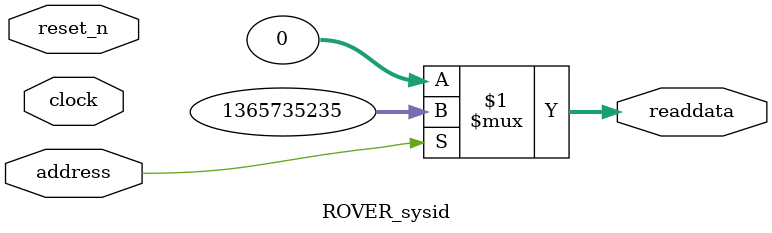
<source format=v>

`timescale 1ns / 1ps
// synthesis translate_on

// turn off superfluous verilog processor warnings 
// altera message_level Level1 
// altera message_off 10034 10035 10036 10037 10230 10240 10030 

module ROVER_sysid (
               // inputs:
                address,
                clock,
                reset_n,

               // outputs:
                readdata
             )
;

  output  [ 31: 0] readdata;
  input            address;
  input            clock;
  input            reset_n;

  wire    [ 31: 0] readdata;
  //control_slave, which is an e_avalon_slave
  assign readdata = address ? 1365735235 : 0;

endmodule




</source>
